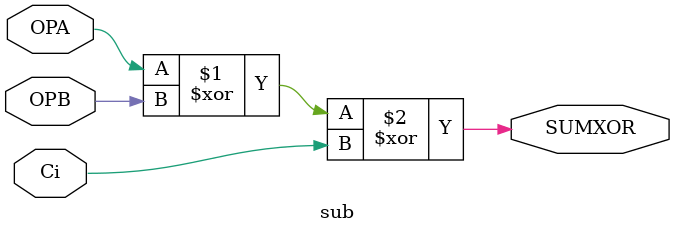
<source format=v>
`timescale 1ns / 1ps


module sub(
    input OPA,    
    input OPB,    
    input Ci, 
    output SUMXOR    
    );
    assign SUMXOR = OPA ^ OPB ^ Ci;    
endmodule

</source>
